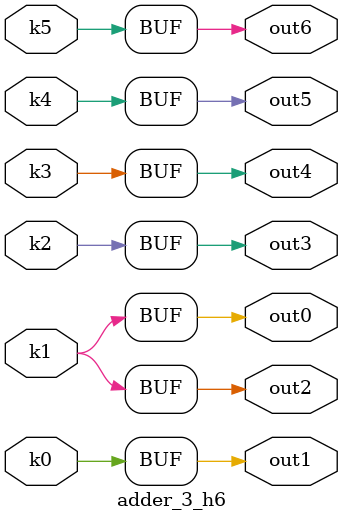
<source format=v>
module adder_3(pi00, pi01, pi02, pi03, pi04, pi05, pi06, pi07, pi08, pi09, pi10, pi11, po0, po1, po2, po3, po4, po5, po6);
input pi00, pi01, pi02, pi03, pi04, pi05, pi06, pi07, pi08, pi09, pi10, pi11;
output po0, po1, po2, po3, po4, po5, po6;
wire k0, k1, k2, k3, k4, k5;
adder_3_w6 DUT1 (pi00, pi01, pi02, pi03, pi04, pi05, pi06, pi07, pi08, pi09, pi10, pi11, k0, k1, k2, k3, k4, k5);
adder_3_h6 DUT2 (k0, k1, k2, k3, k4, k5, po0, po1, po2, po3, po4, po5, po6);
endmodule

module adder_3_w6(in11, in10, in9, in8, in7, in6, in5, in4, in3, in2, in1, in0, k5, k4, k3, k2, k1, k0);
input in11, in10, in9, in8, in7, in6, in5, in4, in3, in2, in1, in0;
output k5, k4, k3, k2, k1, k0;
assign k0 =   ((~in7 | ~in2) & (((~in8 | ~in3) & (((~in9 | ~in4) & (((~in10 | ~in5) & ((~in11 & (in1 | ~in6)) | (~in0 & ~in6))) | (~in10 & ~in5))) | (~in9 & ~in4))) | (~in8 & ~in3))) | (~in7 & ~in2);
assign k1 =   ((~in7 ^ in2) & (((~in8 | ~in3) & (((~in9 | ~in4) & (((~in10 | ~in5) & ((~in11 & (in1 | ~in6)) | (~in0 & ~in6))) | (~in10 & ~in5))) | (~in9 & ~in4))) | (~in8 & ~in3))) | ((in7 ^ in2) & ((in8 & in3) | ((in8 | in3) & ((in9 & in4) | ((in9 | in4) & ((in10 & in5) | ((in10 | in5) & ((~in1 & in6) | (in11 & (in0 | in6))))))))));
assign k2 =   ((~in8 ^ in3) & (((~in9 | ~in4) & (((~in10 | ~in5) & ((~in11 & (in1 | ~in6)) | (~in0 & ~in6))) | (~in10 & ~in5))) | (~in9 & ~in4))) | ((in8 ^ in3) & ((in9 & in4) | ((in9 | in4) & ((in10 & in5) | ((in10 | in5) & ((~in1 & in6) | (in11 & (in0 | in6))))))));
assign k3 =   ((~in9 ^ in4) & (((~in10 | ~in5) & ((~in11 & (in1 | ~in6)) | (~in0 & ~in6))) | (~in10 & ~in5))) | ((in9 ^ in4) & ((in10 & in5) | ((in10 | in5) & ((~in1 & in6) | (in11 & (in0 | in6))))));
assign k4 =   ((~in10 ^ in5) & ((~in11 & (in1 | ~in6)) | (~in0 & ~in6))) | ((in10 ^ in5) & ((~in1 & in6) | (in11 & (in0 | in6))));
assign k5 =   in11 ? (in6 ? in1 : in0) : (in6 ? ~in1 : ~in0);
endmodule

module adder_3_h6(k5, k4, k3, k2, k1, k0, out6, out5, out4, out3, out2, out1, out0);
input k5, k4, k3, k2, k1, k0;
output out6, out5, out4, out3, out2, out1, out0;
assign out0 = k1;
assign out1 = k0;
assign out2 = k1;
assign out3 = k2;
assign out4 = k3;
assign out5 = k4;
assign out6 = k5;
endmodule

</source>
